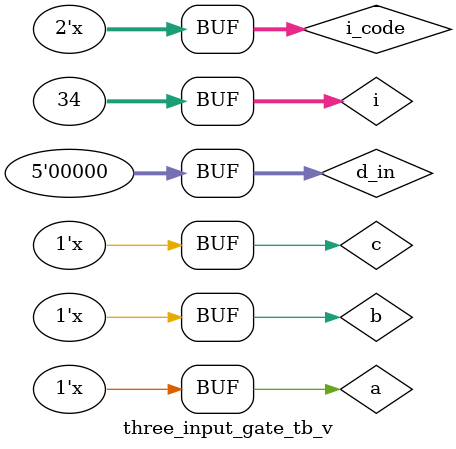
<source format=v>

`timescale 1ms/1ms

module three_input_gate_tb_v;
  
  reg        a     ;
  reg        b     ;
  reg        c     ;
  reg  [1:0] i_code;
  wire       o_f   ;
  
  reg [4:0] d_in = 5'b00000;
  integer i;
  
  // duv port map options:
  three_input_gate_v  uut (
                            .a     (a     ),
                            .b     (b     ),
                            .c     (c     ),
                            .i_code(i_code),
                            .o_f   (o_f   )
  );

  //procedure statement
  initial begin

      
      
      for (i = 0 ; i < 34 ; i = i + 1) begin
        #1000 a      = d_in[0];
              b      = d_in[1];
              c      = d_in[2];
              i_code = d_in[4:3];
      
      
      
        // #1000 i_code = d_in;
        // #1000 o_code[0] = d_in[0]; o_code[1] = d_in[1]; o_code[2] = d_in[]; i_d = d_in[4];
        d_in = d_in + 1;
      end
          
    end

endmodule

</source>
